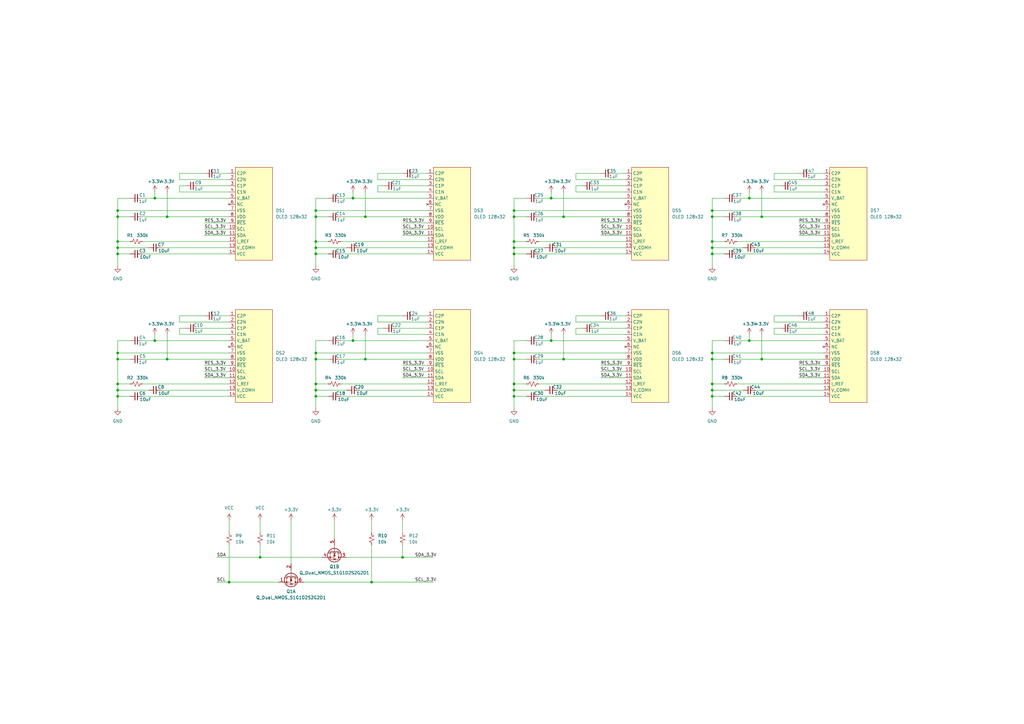
<source format=kicad_sch>
(kicad_sch (version 20230121) (generator eeschema)
  (paper "A3")
  (lib_symbols
    (symbol "Device:C_Small" (pin_numbers hide) (pin_names (offset 0.254) hide)
      (property "Reference" "C" (at 0.254 1.778 0))
      (property "Value" "C_Small" (at 0.254 -2.032 0))
      (symbol "C_Small_0_1"
        (polyline (pts (xy -1.524 -0.508) (xy 1.524 -0.508)) (stroke (width 0.3302)))
        (polyline (pts (xy -1.524 0.508) (xy 1.524 0.508)) (stroke (width 0.3048)))
      )
      (symbol "C_Small_1_1"
        (pin passive line (at 0 2.54 270) (length 2.032) (name "~") (number "1"))
        (pin passive line (at 0 -2.54 90) (length 2.032) (name "~") (number "2"))
      )
    )
    (symbol "Device:Q_Dual_NMOS_S1G1D2S2G2D1" (pin_names (offset 0) hide)
      (property "Reference" "Q" (at 6.35 1.27 0))
      (property "Value" "Q_Dual_NMOS_S1G1D2S2G2D1" (at 19.05 -1.27 0))
      (symbol "Q_Dual_NMOS_S1G1D2S2G2D1_0_1"
        (polyline (pts (xy 0.254 0) (xy -2.54 0)))
        (polyline (pts (xy 0.254 1.905) (xy 0.254 -1.905)) (stroke (width 0.254)))
        (polyline (pts (xy 0.762 -1.27) (xy 0.762 -2.286)) (stroke (width 0.254)))
        (polyline (pts (xy 0.762 0.508) (xy 0.762 -0.508)) (stroke (width 0.254)))
        (polyline (pts (xy 0.762 2.286) (xy 0.762 1.27)) (stroke (width 0.254)))
        (polyline (pts (xy 2.54 2.54) (xy 2.54 1.778)))
        (polyline (pts (xy 2.54 -2.54) (xy 2.54 0) (xy 0.762 0)))
        (polyline (pts (xy 0.762 -1.778) (xy 3.302 -1.778) (xy 3.302 1.778) (xy 0.762 1.778)))
        (polyline (pts (xy 1.016 0) (xy 2.032 0.381) (xy 2.032 -0.381) (xy 1.016 0)) (fill (type outline)))
        (polyline (pts (xy 2.794 0.508) (xy 2.921 0.381) (xy 3.683 0.381) (xy 3.81 0.254)))
        (polyline (pts (xy 3.302 0.381) (xy 2.921 -0.254) (xy 3.683 -0.254) (xy 3.302 0.381)))
        (circle (center 1.651 0) (radius 2.794) (stroke (width 0.254)))
        (circle (center 2.54 -1.778) (radius 0.254) (fill (type outline)))
        (circle (center 2.54 1.778) (radius 0.254) (fill (type outline)))
      )
      (symbol "Q_Dual_NMOS_S1G1D2S2G2D1_1_1"
        (pin passive line (at 2.54 -5.08 90) (length 2.54) (name "S") (number "1"))
        (pin input line (at -5.08 0 0) (length 2.54) (name "G") (number "2"))
        (pin passive line (at 2.54 5.08 270) (length 2.54) (name "D") (number "6"))
      )
      (symbol "Q_Dual_NMOS_S1G1D2S2G2D1_2_1"
        (pin passive line (at 2.54 5.08 270) (length 2.54) (name "D") (number "3"))
        (pin passive line (at 2.54 -5.08 90) (length 2.54) (name "S") (number "4"))
        (pin input line (at -5.08 0 0) (length 2.54) (name "G") (number "5"))
      )
    )
    (symbol "Device:R_Small_US" (pin_numbers hide) (pin_names (offset 0.254) hide)
      (property "Reference" "R" (at 0.762 0.508 0))
      (property "Value" "R_Small_US" (at 0.762 -1.016 0))
      (symbol "R_Small_US_1_1"
        (polyline (pts (xy 0 0) (xy 1.016 -0.381) (xy 0 -0.762) (xy -1.016 -1.143) (xy 0 -1.524)))
        (polyline (pts (xy 0 1.524) (xy 1.016 1.143) (xy 0 0.762) (xy -1.016 0.381) (xy 0 0)))
        (pin passive line (at 0 2.54 270) (length 1.016) (name "~") (number "1"))
        (pin passive line (at 0 -2.54 90) (length 1.016) (name "~") (number "2"))
      )
    )
    (symbol "Display_Graphic_MPP:CFAL12832D-CW"
      (property "Reference" "DS" (at -6.35 19.05 0))
      (property "Value" "OLED 128x32" (at 0 -21.59 0))
      (symbol "CFAL12832D-CW_1_1"
        (rectangle (start -7.62 17.78) (end 7.62 -20.32) (fill (type background)))
        (pin bidirectional line (at -10.16 15.24 0) (length 2.54) (name "C2P") (number "1"))
        (pin input line (at -10.16 -7.62 0) (length 2.54) (name "SCL") (number "10"))
        (pin bidirectional line (at -10.16 -10.16 0) (length 2.54) (name "SDA") (number "11"))
        (pin bidirectional line (at -10.16 -12.7 0) (length 2.54) (name "I_REF") (number "12"))
        (pin bidirectional line (at -10.16 -15.24 0) (length 2.54) (name "V_COMH") (number "13"))
        (pin power_in line (at -10.16 -17.78 0) (length 2.54) (name "VCC") (number "14"))
        (pin bidirectional line (at -10.16 12.7 0) (length 2.54) (name "C2N") (number "2"))
        (pin bidirectional line (at -10.16 10.16 0) (length 2.54) (name "C1P") (number "3"))
        (pin bidirectional line (at -10.16 7.62 0) (length 2.54) (name "C1N") (number "4"))
        (pin power_in line (at -10.16 5.08 0) (length 2.54) (name "V_BAT") (number "5"))
        (pin no_connect line (at -10.16 2.54 0) (length 2.54) (name "NC") (number "6"))
        (pin power_in line (at -10.16 0 0) (length 2.54) (name "VSS") (number "7"))
        (pin power_in line (at -10.16 -2.54 0) (length 2.54) (name "VDD") (number "8"))
        (pin bidirectional line (at -10.16 -5.08 0) (length 2.54) (name "~{RES}") (number "9"))
      )
    )
    (symbol "power:+3.3V" (power) (pin_names (offset 0))
      (property "Value" "+3.3V" (at 0 3.556 0))
      (symbol "+3.3V_0_1"
        (polyline (pts (xy -0.762 1.27) (xy 0 2.54)))
        (polyline (pts (xy 0 0) (xy 0 2.54)))
        (polyline (pts (xy 0 2.54) (xy 0.762 1.27)))
      )
      (symbol "+3.3V_1_1"
        (pin power_in line (at 0 0 90) (length 0) hide (name "+3.3V") (number "1"))
      )
    )
    (symbol "power:GND" (power) (pin_names (offset 0))
      (property "Value" "GND" (at 0 -3.81 0))
      (symbol "GND_0_1"
        (polyline (pts (xy 0 0) (xy 0 -1.27) (xy 1.27 -1.27) (xy 0 -2.54) (xy -1.27 -1.27) (xy 0 -1.27)))
      )
      (symbol "GND_1_1"
        (pin power_in line (at 0 0 270) (length 0) hide (name "GND") (number "1"))
      )
    )
    (symbol "power:VCC" (power) (pin_names (offset 0))
      (property "Value" "VCC" (at 0 3.81 0))
      (symbol "VCC_0_1"
        (polyline (pts (xy -0.762 1.27) (xy 0 2.54)))
        (polyline (pts (xy 0 0) (xy 0 2.54)))
        (polyline (pts (xy 0 2.54) (xy 0.762 1.27)))
      )
      (symbol "VCC_1_1"
        (pin power_in line (at 0 0 90) (length 0) hide (name "VCC") (number "1"))
      )
    )
  )
  (junction (at 292.1 144.78))
  (junction (at 292.1 86.36))
  (junction (at 129.54 160.02))
  (junction (at 48.26 101.6))
  (junction (at 292.1 88.9))
  (junction (at 210.82 101.6))
  (junction (at 149.86 147.32))
  (junction (at 307.34 81.28))
  (junction (at 307.34 139.7))
  (junction (at 129.54 86.36))
  (junction (at 144.78 81.28))
  (junction (at 152.4 238.76))
  (junction (at 312.42 147.32))
  (junction (at 48.26 86.36))
  (junction (at 68.58 147.32))
  (junction (at 231.14 147.32))
  (junction (at 48.26 157.48))
  (junction (at 210.82 86.36))
  (junction (at 106.68 228.6))
  (junction (at 129.54 157.48))
  (junction (at 292.1 147.32))
  (junction (at 312.42 88.9))
  (junction (at 68.58 88.9))
  (junction (at 129.54 144.78))
  (junction (at 210.82 160.02))
  (junction (at 292.1 104.14))
  (junction (at 226.06 139.7))
  (junction (at 129.54 147.32))
  (junction (at 63.5 81.28))
  (junction (at 149.86 88.9))
  (junction (at 210.82 162.56))
  (junction (at 210.82 99.06))
  (junction (at 292.1 99.06))
  (junction (at 210.82 88.9))
  (junction (at 165.1 228.6))
  (junction (at 48.26 99.06))
  (junction (at 48.26 104.14))
  (junction (at 292.1 157.48))
  (junction (at 210.82 104.14))
  (junction (at 63.5 139.7))
  (junction (at 292.1 160.02))
  (junction (at 292.1 162.56))
  (junction (at 48.26 88.9))
  (junction (at 210.82 147.32))
  (junction (at 48.26 162.56))
  (junction (at 210.82 144.78))
  (junction (at 129.54 101.6))
  (junction (at 129.54 99.06))
  (junction (at 129.54 104.14))
  (junction (at 48.26 147.32))
  (junction (at 48.26 144.78))
  (junction (at 48.26 160.02))
  (junction (at 210.82 157.48))
  (junction (at 292.1 101.6))
  (junction (at 226.06 81.28))
  (junction (at 93.98 238.76))
  (junction (at 129.54 162.56))
  (junction (at 129.54 88.9))
  (junction (at 231.14 88.9))
  (junction (at 144.78 139.7))
  (wire (pts (xy 292.1 139.7) (xy 292.1 144.78)))
  (wire (pts (xy 210.82 144.78) (xy 256.54 144.78)))
  (wire (pts (xy 165.1 223.52) (xy 165.1 228.6)))
  (wire (pts (xy 134.62 139.7) (xy 129.54 139.7)))
  (wire (pts (xy 147.32 160.02) (xy 175.26 160.02)))
  (wire (pts (xy 129.54 160.02) (xy 129.54 162.56)))
  (wire (pts (xy 63.5 78.74) (xy 63.5 81.28)))
  (wire (pts (xy 251.46 71.12) (xy 256.54 71.12)))
  (wire (pts (xy 317.5 76.2) (xy 317.5 78.74)))
  (wire (pts (xy 165.1 93.98) (xy 175.26 93.98)))
  (wire (pts (xy 144.78 81.28) (xy 175.26 81.28)))
  (wire (pts (xy 302.26 88.9) (xy 312.42 88.9)))
  (wire (pts (xy 119.38 213.36) (xy 119.38 231.14)))
  (wire (pts (xy 312.42 78.74) (xy 312.42 88.9)))
  (wire (pts (xy 210.82 162.56) (xy 210.82 167.64)))
  (wire (pts (xy 210.82 147.32) (xy 215.9 147.32)))
  (wire (pts (xy 302.26 157.48) (xy 337.82 157.48)))
  (wire (pts (xy 154.94 78.74) (xy 175.26 78.74)))
  (wire (pts (xy 210.82 160.02) (xy 223.52 160.02)))
  (wire (pts (xy 73.66 73.66) (xy 73.66 71.12)))
  (wire (pts (xy 317.5 129.54) (xy 327.66 129.54)))
  (wire (pts (xy 220.98 104.14) (xy 256.54 104.14)))
  (wire (pts (xy 226.06 139.7) (xy 256.54 139.7)))
  (wire (pts (xy 292.1 144.78) (xy 292.1 147.32)))
  (wire (pts (xy 320.04 76.2) (xy 317.5 76.2)))
  (wire (pts (xy 210.82 162.56) (xy 215.9 162.56)))
  (wire (pts (xy 231.14 78.74) (xy 231.14 88.9)))
  (wire (pts (xy 66.04 160.02) (xy 93.98 160.02)))
  (wire (pts (xy 210.82 86.36) (xy 256.54 86.36)))
  (wire (pts (xy 236.22 78.74) (xy 256.54 78.74)))
  (wire (pts (xy 210.82 104.14) (xy 215.9 104.14)))
  (wire (pts (xy 129.54 81.28) (xy 129.54 86.36)))
  (wire (pts (xy 292.1 99.06) (xy 292.1 101.6)))
  (wire (pts (xy 292.1 162.56) (xy 297.18 162.56)))
  (wire (pts (xy 210.82 104.14) (xy 210.82 109.22)))
  (wire (pts (xy 246.38 154.94) (xy 256.54 154.94)))
  (wire (pts (xy 210.82 101.6) (xy 210.82 104.14)))
  (wire (pts (xy 327.66 93.98) (xy 337.82 93.98)))
  (wire (pts (xy 58.42 81.28) (xy 63.5 81.28)))
  (wire (pts (xy 48.26 101.6) (xy 48.26 104.14)))
  (wire (pts (xy 48.26 160.02) (xy 48.26 162.56)))
  (wire (pts (xy 139.7 104.14) (xy 175.26 104.14)))
  (wire (pts (xy 292.1 88.9) (xy 297.18 88.9)))
  (wire (pts (xy 210.82 81.28) (xy 210.82 86.36)))
  (wire (pts (xy 68.58 147.32) (xy 93.98 147.32)))
  (wire (pts (xy 149.86 147.32) (xy 175.26 147.32)))
  (wire (pts (xy 48.26 144.78) (xy 93.98 144.78)))
  (wire (pts (xy 129.54 162.56) (xy 134.62 162.56)))
  (wire (pts (xy 129.54 147.32) (xy 129.54 157.48)))
  (wire (pts (xy 162.56 134.62) (xy 175.26 134.62)))
  (wire (pts (xy 129.54 147.32) (xy 134.62 147.32)))
  (wire (pts (xy 210.82 147.32) (xy 210.82 157.48)))
  (wire (pts (xy 63.5 137.16) (xy 63.5 139.7)))
  (wire (pts (xy 325.12 134.62) (xy 337.82 134.62)))
  (wire (pts (xy 137.16 213.36) (xy 137.16 220.98)))
  (wire (pts (xy 210.82 88.9) (xy 215.9 88.9)))
  (wire (pts (xy 149.86 78.74) (xy 149.86 88.9)))
  (wire (pts (xy 312.42 88.9) (xy 337.82 88.9)))
  (wire (pts (xy 165.1 149.86) (xy 175.26 149.86)))
  (wire (pts (xy 48.26 160.02) (xy 60.96 160.02)))
  (wire (pts (xy 48.26 88.9) (xy 53.34 88.9)))
  (wire (pts (xy 88.9 71.12) (xy 93.98 71.12)))
  (wire (pts (xy 337.82 73.66) (xy 317.5 73.66)))
  (wire (pts (xy 317.5 71.12) (xy 327.66 71.12)))
  (wire (pts (xy 73.66 71.12) (xy 83.82 71.12)))
  (wire (pts (xy 165.1 154.94) (xy 175.26 154.94)))
  (wire (pts (xy 48.26 81.28) (xy 48.26 86.36)))
  (wire (pts (xy 129.54 139.7) (xy 129.54 144.78)))
  (wire (pts (xy 292.1 99.06) (xy 297.18 99.06)))
  (wire (pts (xy 317.5 137.16) (xy 337.82 137.16)))
  (wire (pts (xy 152.4 238.76) (xy 177.8 238.76)))
  (wire (pts (xy 256.54 73.66) (xy 236.22 73.66)))
  (wire (pts (xy 76.2 76.2) (xy 73.66 76.2)))
  (wire (pts (xy 124.46 238.76) (xy 152.4 238.76)))
  (wire (pts (xy 175.26 132.08) (xy 154.94 132.08)))
  (wire (pts (xy 220.98 139.7) (xy 226.06 139.7)))
  (wire (pts (xy 302.26 147.32) (xy 312.42 147.32)))
  (wire (pts (xy 165.1 213.36) (xy 165.1 218.44)))
  (wire (pts (xy 228.6 160.02) (xy 256.54 160.02)))
  (wire (pts (xy 238.76 76.2) (xy 236.22 76.2)))
  (wire (pts (xy 210.82 144.78) (xy 210.82 147.32)))
  (wire (pts (xy 93.98 132.08) (xy 73.66 132.08)))
  (wire (pts (xy 81.28 134.62) (xy 93.98 134.62)))
  (wire (pts (xy 149.86 137.16) (xy 149.86 147.32)))
  (wire (pts (xy 63.5 139.7) (xy 93.98 139.7)))
  (wire (pts (xy 327.66 149.86) (xy 337.82 149.86)))
  (wire (pts (xy 170.18 71.12) (xy 175.26 71.12)))
  (wire (pts (xy 83.82 149.86) (xy 93.98 149.86)))
  (wire (pts (xy 327.66 96.52) (xy 337.82 96.52)))
  (wire (pts (xy 58.42 162.56) (xy 93.98 162.56)))
  (wire (pts (xy 88.9 129.54) (xy 93.98 129.54)))
  (wire (pts (xy 63.5 81.28) (xy 93.98 81.28)))
  (wire (pts (xy 129.54 104.14) (xy 134.62 104.14)))
  (wire (pts (xy 175.26 73.66) (xy 154.94 73.66)))
  (wire (pts (xy 312.42 147.32) (xy 337.82 147.32)))
  (wire (pts (xy 292.1 104.14) (xy 297.18 104.14)))
  (wire (pts (xy 320.04 134.62) (xy 317.5 134.62)))
  (wire (pts (xy 337.82 132.08) (xy 317.5 132.08)))
  (wire (pts (xy 129.54 144.78) (xy 129.54 147.32)))
  (wire (pts (xy 68.58 137.16) (xy 68.58 147.32)))
  (wire (pts (xy 226.06 78.74) (xy 226.06 81.28)))
  (wire (pts (xy 312.42 137.16) (xy 312.42 147.32)))
  (wire (pts (xy 81.28 76.2) (xy 93.98 76.2)))
  (wire (pts (xy 48.26 162.56) (xy 48.26 167.64)))
  (wire (pts (xy 73.66 76.2) (xy 73.66 78.74)))
  (wire (pts (xy 246.38 149.86) (xy 256.54 149.86)))
  (wire (pts (xy 134.62 81.28) (xy 129.54 81.28)))
  (wire (pts (xy 292.1 160.02) (xy 304.8 160.02)))
  (wire (pts (xy 302.26 81.28) (xy 307.34 81.28)))
  (wire (pts (xy 292.1 86.36) (xy 292.1 88.9)))
  (wire (pts (xy 325.12 76.2) (xy 337.82 76.2)))
  (wire (pts (xy 220.98 147.32) (xy 231.14 147.32)))
  (wire (pts (xy 48.26 147.32) (xy 48.26 157.48)))
  (wire (pts (xy 129.54 88.9) (xy 129.54 99.06)))
  (wire (pts (xy 139.7 81.28) (xy 144.78 81.28)))
  (wire (pts (xy 142.24 228.6) (xy 165.1 228.6)))
  (wire (pts (xy 58.42 99.06) (xy 93.98 99.06)))
  (wire (pts (xy 297.18 81.28) (xy 292.1 81.28)))
  (wire (pts (xy 129.54 86.36) (xy 129.54 88.9)))
  (wire (pts (xy 317.5 134.62) (xy 317.5 137.16)))
  (wire (pts (xy 292.1 81.28) (xy 292.1 86.36)))
  (wire (pts (xy 246.38 93.98) (xy 256.54 93.98)))
  (wire (pts (xy 292.1 101.6) (xy 304.8 101.6)))
  (wire (pts (xy 292.1 147.32) (xy 292.1 157.48)))
  (wire (pts (xy 152.4 213.36) (xy 152.4 218.44)))
  (wire (pts (xy 129.54 160.02) (xy 142.24 160.02)))
  (wire (pts (xy 139.7 147.32) (xy 149.86 147.32)))
  (wire (pts (xy 246.38 91.44) (xy 256.54 91.44)))
  (wire (pts (xy 210.82 160.02) (xy 210.82 162.56)))
  (wire (pts (xy 144.78 139.7) (xy 175.26 139.7)))
  (wire (pts (xy 220.98 81.28) (xy 226.06 81.28)))
  (wire (pts (xy 309.88 101.6) (xy 337.82 101.6)))
  (wire (pts (xy 149.86 88.9) (xy 175.26 88.9)))
  (wire (pts (xy 106.68 223.52) (xy 106.68 228.6)))
  (wire (pts (xy 154.94 129.54) (xy 165.1 129.54)))
  (wire (pts (xy 48.26 99.06) (xy 48.26 101.6)))
  (wire (pts (xy 165.1 91.44) (xy 175.26 91.44)))
  (wire (pts (xy 210.82 157.48) (xy 210.82 160.02)))
  (wire (pts (xy 129.54 86.36) (xy 175.26 86.36)))
  (wire (pts (xy 292.1 157.48) (xy 292.1 160.02)))
  (wire (pts (xy 292.1 88.9) (xy 292.1 99.06)))
  (wire (pts (xy 215.9 81.28) (xy 210.82 81.28)))
  (wire (pts (xy 292.1 101.6) (xy 292.1 104.14)))
  (wire (pts (xy 154.94 73.66) (xy 154.94 71.12)))
  (wire (pts (xy 327.66 154.94) (xy 337.82 154.94)))
  (wire (pts (xy 68.58 88.9) (xy 93.98 88.9)))
  (wire (pts (xy 48.26 104.14) (xy 53.34 104.14)))
  (wire (pts (xy 48.26 88.9) (xy 48.26 99.06)))
  (wire (pts (xy 76.2 134.62) (xy 73.66 134.62)))
  (wire (pts (xy 317.5 132.08) (xy 317.5 129.54)))
  (wire (pts (xy 302.26 104.14) (xy 337.82 104.14)))
  (wire (pts (xy 139.7 88.9) (xy 149.86 88.9)))
  (wire (pts (xy 302.26 139.7) (xy 307.34 139.7)))
  (wire (pts (xy 236.22 129.54) (xy 246.38 129.54)))
  (wire (pts (xy 317.5 78.74) (xy 337.82 78.74)))
  (wire (pts (xy 48.26 162.56) (xy 53.34 162.56)))
  (wire (pts (xy 154.94 71.12) (xy 165.1 71.12)))
  (wire (pts (xy 139.7 157.48) (xy 175.26 157.48)))
  (wire (pts (xy 48.26 86.36) (xy 48.26 88.9)))
  (wire (pts (xy 129.54 162.56) (xy 129.54 167.64)))
  (wire (pts (xy 58.42 104.14) (xy 93.98 104.14)))
  (wire (pts (xy 93.98 238.76) (xy 114.3 238.76)))
  (wire (pts (xy 210.82 88.9) (xy 210.82 99.06)))
  (wire (pts (xy 144.78 137.16) (xy 144.78 139.7)))
  (wire (pts (xy 292.1 144.78) (xy 337.82 144.78)))
  (wire (pts (xy 309.88 160.02) (xy 337.82 160.02)))
  (wire (pts (xy 48.26 104.14) (xy 48.26 109.22)))
  (wire (pts (xy 129.54 101.6) (xy 129.54 104.14)))
  (wire (pts (xy 48.26 157.48) (xy 53.34 157.48)))
  (wire (pts (xy 297.18 139.7) (xy 292.1 139.7)))
  (wire (pts (xy 332.74 71.12) (xy 337.82 71.12)))
  (wire (pts (xy 210.82 99.06) (xy 210.82 101.6)))
  (wire (pts (xy 292.1 162.56) (xy 292.1 167.64)))
  (wire (pts (xy 220.98 157.48) (xy 256.54 157.48)))
  (wire (pts (xy 157.48 76.2) (xy 154.94 76.2)))
  (wire (pts (xy 231.14 88.9) (xy 256.54 88.9)))
  (wire (pts (xy 292.1 160.02) (xy 292.1 162.56)))
  (wire (pts (xy 139.7 99.06) (xy 175.26 99.06)))
  (wire (pts (xy 48.26 101.6) (xy 60.96 101.6)))
  (wire (pts (xy 256.54 132.08) (xy 236.22 132.08)))
  (wire (pts (xy 83.82 93.98) (xy 93.98 93.98)))
  (wire (pts (xy 154.94 132.08) (xy 154.94 129.54)))
  (wire (pts (xy 220.98 88.9) (xy 231.14 88.9)))
  (wire (pts (xy 154.94 137.16) (xy 175.26 137.16)))
  (wire (pts (xy 236.22 76.2) (xy 236.22 78.74)))
  (wire (pts (xy 73.66 132.08) (xy 73.66 129.54)))
  (wire (pts (xy 220.98 162.56) (xy 256.54 162.56)))
  (wire (pts (xy 210.82 139.7) (xy 210.82 144.78)))
  (wire (pts (xy 129.54 88.9) (xy 134.62 88.9)))
  (wire (pts (xy 129.54 101.6) (xy 142.24 101.6)))
  (wire (pts (xy 165.1 228.6) (xy 177.8 228.6)))
  (wire (pts (xy 152.4 223.52) (xy 152.4 238.76)))
  (wire (pts (xy 129.54 157.48) (xy 134.62 157.48)))
  (wire (pts (xy 93.98 223.52) (xy 93.98 238.76)))
  (wire (pts (xy 48.26 147.32) (xy 53.34 147.32)))
  (wire (pts (xy 73.66 137.16) (xy 93.98 137.16)))
  (wire (pts (xy 88.9 228.6) (xy 106.68 228.6)))
  (wire (pts (xy 139.7 162.56) (xy 175.26 162.56)))
  (wire (pts (xy 220.98 99.06) (xy 256.54 99.06)))
  (wire (pts (xy 210.82 86.36) (xy 210.82 88.9)))
  (wire (pts (xy 228.6 101.6) (xy 256.54 101.6)))
  (wire (pts (xy 226.06 137.16) (xy 226.06 139.7)))
  (wire (pts (xy 147.32 101.6) (xy 175.26 101.6)))
  (wire (pts (xy 292.1 86.36) (xy 337.82 86.36)))
  (wire (pts (xy 48.26 157.48) (xy 48.26 160.02)))
  (wire (pts (xy 165.1 96.52) (xy 175.26 96.52)))
  (wire (pts (xy 139.7 139.7) (xy 144.78 139.7)))
  (wire (pts (xy 48.26 99.06) (xy 53.34 99.06)))
  (wire (pts (xy 327.66 152.4) (xy 337.82 152.4)))
  (wire (pts (xy 93.98 213.36) (xy 93.98 218.44)))
  (wire (pts (xy 302.26 162.56) (xy 337.82 162.56)))
  (wire (pts (xy 93.98 73.66) (xy 73.66 73.66)))
  (wire (pts (xy 170.18 129.54) (xy 175.26 129.54)))
  (wire (pts (xy 307.34 139.7) (xy 337.82 139.7)))
  (wire (pts (xy 83.82 91.44) (xy 93.98 91.44)))
  (wire (pts (xy 332.74 129.54) (xy 337.82 129.54)))
  (wire (pts (xy 48.26 86.36) (xy 93.98 86.36)))
  (wire (pts (xy 88.9 238.76) (xy 93.98 238.76)))
  (wire (pts (xy 48.26 139.7) (xy 48.26 144.78)))
  (wire (pts (xy 307.34 137.16) (xy 307.34 139.7)))
  (wire (pts (xy 243.84 76.2) (xy 256.54 76.2)))
  (wire (pts (xy 66.04 101.6) (xy 93.98 101.6)))
  (wire (pts (xy 236.22 137.16) (xy 256.54 137.16)))
  (wire (pts (xy 144.78 78.74) (xy 144.78 81.28)))
  (wire (pts (xy 231.14 137.16) (xy 231.14 147.32)))
  (wire (pts (xy 129.54 104.14) (xy 129.54 109.22)))
  (wire (pts (xy 129.54 99.06) (xy 129.54 101.6)))
  (wire (pts (xy 236.22 73.66) (xy 236.22 71.12)))
  (wire (pts (xy 106.68 213.36) (xy 106.68 218.44)))
  (wire (pts (xy 58.42 88.9) (xy 68.58 88.9)))
  (wire (pts (xy 215.9 139.7) (xy 210.82 139.7)))
  (wire (pts (xy 210.82 157.48) (xy 215.9 157.48)))
  (wire (pts (xy 73.66 78.74) (xy 93.98 78.74)))
  (wire (pts (xy 246.38 152.4) (xy 256.54 152.4)))
  (wire (pts (xy 226.06 81.28) (xy 256.54 81.28)))
  (wire (pts (xy 236.22 134.62) (xy 236.22 137.16)))
  (wire (pts (xy 83.82 96.52) (xy 93.98 96.52)))
  (wire (pts (xy 317.5 73.66) (xy 317.5 71.12)))
  (wire (pts (xy 129.54 157.48) (xy 129.54 160.02)))
  (wire (pts (xy 236.22 132.08) (xy 236.22 129.54)))
  (wire (pts (xy 307.34 78.74) (xy 307.34 81.28)))
  (wire (pts (xy 231.14 147.32) (xy 256.54 147.32)))
  (wire (pts (xy 307.34 81.28) (xy 337.82 81.28)))
  (wire (pts (xy 83.82 152.4) (xy 93.98 152.4)))
  (wire (pts (xy 302.26 99.06) (xy 337.82 99.06)))
  (wire (pts (xy 154.94 134.62) (xy 154.94 137.16)))
  (wire (pts (xy 154.94 76.2) (xy 154.94 78.74)))
  (wire (pts (xy 129.54 99.06) (xy 134.62 99.06)))
  (wire (pts (xy 246.38 96.52) (xy 256.54 96.52)))
  (wire (pts (xy 48.26 144.78) (xy 48.26 147.32)))
  (wire (pts (xy 58.42 147.32) (xy 68.58 147.32)))
  (wire (pts (xy 292.1 157.48) (xy 297.18 157.48)))
  (wire (pts (xy 238.76 134.62) (xy 236.22 134.62)))
  (wire (pts (xy 58.42 139.7) (xy 63.5 139.7)))
  (wire (pts (xy 236.22 71.12) (xy 246.38 71.12)))
  (wire (pts (xy 210.82 101.6) (xy 223.52 101.6)))
  (wire (pts (xy 58.42 157.48) (xy 93.98 157.48)))
  (wire (pts (xy 73.66 129.54) (xy 83.82 129.54)))
  (wire (pts (xy 53.34 139.7) (xy 48.26 139.7)))
  (wire (pts (xy 106.68 228.6) (xy 132.08 228.6)))
  (wire (pts (xy 129.54 144.78) (xy 175.26 144.78)))
  (wire (pts (xy 327.66 91.44) (xy 337.82 91.44)))
  (wire (pts (xy 53.34 81.28) (xy 48.26 81.28)))
  (wire (pts (xy 251.46 129.54) (xy 256.54 129.54)))
  (wire (pts (xy 83.82 154.94) (xy 93.98 154.94)))
  (wire (pts (xy 292.1 104.14) (xy 292.1 109.22)))
  (wire (pts (xy 68.58 78.74) (xy 68.58 88.9)))
  (wire (pts (xy 243.84 134.62) (xy 256.54 134.62)))
  (wire (pts (xy 165.1 152.4) (xy 175.26 152.4)))
  (wire (pts (xy 162.56 76.2) (xy 175.26 76.2)))
  (wire (pts (xy 210.82 99.06) (xy 215.9 99.06)))
  (wire (pts (xy 157.48 134.62) (xy 154.94 134.62)))
  (wire (pts (xy 292.1 147.32) (xy 297.18 147.32)))
  (wire (pts (xy 73.66 134.62) (xy 73.66 137.16)))
  (label "SCL_3.3V" (at 170.18 238.76 0))
  (label "SCL_3.3V" (at 327.66 93.98 0))
  (label "SCL_3.3V" (at 165.1 93.98 0))
  (label "SCL" (at 88.9 238.76 0))
  (label "SCL_3.3V" (at 83.82 152.4 0))
  (label "RES_3.3V" (at 165.1 149.86 0))
  (label "SCL_3.3V" (at 246.38 152.4 0))
  (label "SDA_3.3V" (at 246.38 96.52 0))
  (label "SDA_3.3V" (at 83.82 154.94 0))
  (label "SDA_3.3V" (at 165.1 154.94 0))
  (label "SCL_3.3V" (at 327.66 152.4 0))
  (label "SDA_3.3V" (at 327.66 96.52 0))
  (label "SDA_3.3V" (at 83.82 96.52 0))
  (label "SDA_3.3V" (at 170.18 228.6 0))
  (label "SDA_3.3V" (at 327.66 154.94 0))
  (label "RES_3.3V" (at 165.1 91.44 0))
  (label "RES_3.3V" (at 83.82 91.44 0))
  (label "RES_3.3V" (at 83.82 149.86 0))
  (label "RES_3.3V" (at 246.38 149.86 0))
  (label "RES_3.3V" (at 246.38 91.44 0))
  (label "SCL_3.3V" (at 165.1 152.4 0))
  (label "SCL_3.3V" (at 83.82 93.98 0))
  (label "SDA" (at 88.9 228.6 0))
  (label "SDA_3.3V" (at 165.1 96.52 0))
  (label "RES_3.3V" (at 327.66 149.86 0))
  (label "SDA_3.3V" (at 246.38 154.94 0))
  (label "SCL_3.3V" (at 246.38 93.98 0))
  (label "RES_3.3V" (at 327.66 91.44 0))
  (symbol (lib_id "Device:R_Small_US") (at 299.72 99.06 90) (unit 1)
    (property "Reference" "R7" (at 297.18 96.52 90))
    (property "Value" "330k" (at 302.26 96.52 90))
  )
  (symbol (lib_id "Device:C_Small") (at 160.02 76.2 90) (unit 1)
    (property "Reference" "C21" (at 162.56 74.93 90))
    (property "Value" "1uF" (at 162.814 77.47 90))
  )
  (symbol (lib_id "Device:C_Small") (at 299.72 104.14 90) (unit 1)
    (property "Reference" "C39" (at 302.26 102.87 90))
    (property "Value" "10uF" (at 303.53 105.41 90))
  )
  (symbol (lib_id "Display_Graphic_MPP:CFAL12832D-CW") (at 185.42 144.78 0) (unit 1)
    (property "Reference" "DS4" (at 194.31 144.78 0) (effects (justify left)))
    (property "Value" "OLED 128x32" (at 194.31 147.32 0) (effects (justify left)))
    (property "Footprint" "Display_MPP:CFAL12832D-CW_WRAPUNDER" (effects hide))
  )
  (symbol (lib_id "power:GND") (at 48.26 167.64 0) (unit 1)
    (property "Reference" "#PWR02" (effects hide))
    (property "Value" "GND" (at 48.26 172.72 0))
  )
  (symbol (lib_id "Device:C_Small") (at 137.16 139.7 90) (unit 1)
    (property "Reference" "C16" (at 139.7 138.43 90))
    (property "Value" "1uF" (at 139.954 140.97 90))
  )
  (symbol (lib_id "Device:C_Small") (at 248.92 71.12 90) (unit 1)
    (property "Reference" "C35" (at 252.73 70.104 90) (effects (justify left)))
    (property "Value" "1uF" (at 253.492 72.39 90) (effects (justify left)))
  )
  (symbol (lib_id "Device:R_Small_US") (at 106.68 220.98 0) (unit 1)
    (property "Reference" "R11" (at 109.22 219.71 0) (effects (justify left)))
    (property "Value" "10k" (at 109.22 222.25 0) (effects (justify left)))
  )
  (symbol (lib_id "Device:R_Small_US") (at 299.72 157.48 90) (unit 1)
    (property "Reference" "R8" (at 297.18 154.94 90))
    (property "Value" "330k" (at 302.26 154.94 90))
  )
  (symbol (lib_id "Device:C_Small") (at 322.58 76.2 90) (unit 1)
    (property "Reference" "C45" (at 325.12 74.93 90))
    (property "Value" "1uF" (at 325.374 77.47 90))
  )
  (symbol (lib_id "Device:C_Small") (at 322.58 134.62 90) (unit 1)
    (property "Reference" "C46" (at 325.12 133.35 90))
    (property "Value" "1uF" (at 325.374 135.89 90))
  )
  (symbol (lib_id "power:+3.3V") (at 144.78 78.74 0) (unit 1)
    (property "Reference" "#PWR09" (effects hide))
    (property "Value" "+3.3V" (at 144.78 74.422 0))
  )
  (symbol (lib_id "Device:R_Small_US") (at 55.88 99.06 90) (unit 1)
    (property "Reference" "R1" (at 53.34 96.52 90))
    (property "Value" "330k" (at 58.42 96.52 90))
  )
  (symbol (lib_id "Device:C_Small") (at 299.72 139.7 90) (unit 1)
    (property "Reference" "C40" (at 302.26 138.43 90))
    (property "Value" "1uF" (at 302.514 140.97 90))
  )
  (symbol (lib_id "Device:C_Small") (at 218.44 147.32 90) (unit 1)
    (property "Reference" "C29" (at 220.98 146.05 90))
    (property "Value" "1uF" (at 221.234 148.59 90))
  )
  (symbol (lib_id "Device:C_Small") (at 86.36 129.54 90) (unit 1)
    (property "Reference" "C12" (at 90.17 128.524 90) (effects (justify left)))
    (property "Value" "1uF" (at 90.932 130.81 90) (effects (justify left)))
  )
  (symbol (lib_id "Device:R_Small_US") (at 55.88 157.48 90) (unit 1)
    (property "Reference" "R2" (at 53.34 154.94 90))
    (property "Value" "330k" (at 58.42 154.94 90))
  )
  (symbol (lib_id "Device:C_Small") (at 226.06 160.02 90) (unit 1)
    (property "Reference" "C32" (at 228.6 158.75 90))
    (property "Value" "10uF" (at 229.87 161.29 90))
  )
  (symbol (lib_id "Device:C_Small") (at 330.2 71.12 90) (unit 1)
    (property "Reference" "C47" (at 334.01 70.104 90) (effects (justify left)))
    (property "Value" "1uF" (at 334.772 72.39 90) (effects (justify left)))
  )
  (symbol (lib_id "power:GND") (at 210.82 167.64 0) (unit 1)
    (property "Reference" "#PWR014" (effects hide))
    (property "Value" "GND" (at 210.82 172.72 0))
  )
  (symbol (lib_id "Device:C_Small") (at 330.2 129.54 90) (unit 1)
    (property "Reference" "C48" (at 334.01 128.524 90) (effects (justify left)))
    (property "Value" "1uF" (at 334.772 130.81 90) (effects (justify left)))
  )
  (symbol (lib_id "Display_Graphic_MPP:CFAL12832D-CW") (at 347.98 86.36 0) (unit 1)
    (property "Reference" "DS7" (at 356.87 86.36 0) (effects (justify left)))
    (property "Value" "OLED 128x32" (at 356.87 88.9 0) (effects (justify left)))
    (property "Footprint" "Display_MPP:CFAL12832D-CW_WRAPUNDER" (effects hide))
  )
  (symbol (lib_id "Device:C_Small") (at 137.16 81.28 90) (unit 1)
    (property "Reference" "C13" (at 139.7 80.01 90))
    (property "Value" "1uF" (at 139.954 82.55 90))
  )
  (symbol (lib_id "power:+3.3V") (at 231.14 78.74 0) (unit 1)
    (property "Reference" "#PWR017" (effects hide))
    (property "Value" "+3.3V" (at 231.14 74.422 0))
  )
  (symbol (lib_id "Device:C_Small") (at 55.88 139.7 90) (unit 1)
    (property "Reference" "C4" (at 58.42 138.43 90))
    (property "Value" "1uF" (at 58.674 140.97 90))
  )
  (symbol (lib_id "Device:C_Small") (at 218.44 139.7 90) (unit 1)
    (property "Reference" "C28" (at 220.98 138.43 90))
    (property "Value" "1uF" (at 221.234 140.97 90))
  )
  (symbol (lib_id "Display_Graphic_MPP:CFAL12832D-CW") (at 266.7 86.36 0) (unit 1)
    (property "Reference" "DS5" (at 275.59 86.36 0) (effects (justify left)))
    (property "Value" "OLED 128x32" (at 275.59 88.9 0) (effects (justify left)))
    (property "Footprint" "Display_MPP:CFAL12832D-CW_WRAPUNDER" (effects hide))
  )
  (symbol (lib_id "Device:C_Small") (at 63.5 101.6 90) (unit 1)
    (property "Reference" "C7" (at 66.04 100.33 90))
    (property "Value" "10uF" (at 67.31 102.87 90))
  )
  (symbol (lib_id "Device:C_Small") (at 78.74 134.62 90) (unit 1)
    (property "Reference" "C10" (at 81.28 133.35 90))
    (property "Value" "1uF" (at 81.534 135.89 90))
  )
  (symbol (lib_id "Device:C_Small") (at 55.88 88.9 90) (unit 1)
    (property "Reference" "C2" (at 58.42 87.63 90))
    (property "Value" "1uF" (at 58.674 90.17 90))
  )
  (symbol (lib_id "Device:C_Small") (at 160.02 134.62 90) (unit 1)
    (property "Reference" "C22" (at 162.56 133.35 90))
    (property "Value" "1uF" (at 162.814 135.89 90))
  )
  (symbol (lib_id "Display_Graphic_MPP:CFAL12832D-CW") (at 104.14 144.78 0) (unit 1)
    (property "Reference" "DS2" (at 113.03 144.78 0) (effects (justify left)))
    (property "Value" "OLED 128x32" (at 113.03 147.32 0) (effects (justify left)))
    (property "Footprint" "Display_MPP:CFAL12832D-CW_WRAPUNDER" (effects hide))
  )
  (symbol (lib_id "Device:C_Small") (at 218.44 81.28 90) (unit 1)
    (property "Reference" "C25" (at 220.98 80.01 90))
    (property "Value" "1uF" (at 221.234 82.55 90))
  )
  (symbol (lib_id "Device:C_Small") (at 78.74 76.2 90) (unit 1)
    (property "Reference" "C9" (at 81.28 74.93 90))
    (property "Value" "1uF" (at 81.534 77.47 90))
  )
  (symbol (lib_id "Device:C_Small") (at 218.44 162.56 90) (unit 1)
    (property "Reference" "C30" (at 220.98 161.29 90))
    (property "Value" "10uF" (at 222.25 163.83 90))
  )
  (symbol (lib_id "Device:Q_Dual_NMOS_S1G1D2S2G2D1") (at 119.38 236.22 270) (unit 1)
    (property "Reference" "Q1" (at 119.38 242.57 90))
    (property "Value" "Q_Dual_NMOS_S1G1D2S2G2D1" (at 119.38 245.11 90))
    (property "Footprint" "Package_TO_SOT_SMD:SOT-363_SC-70-6_Handsoldering" (effects hide))
  )
  (symbol (lib_id "Device:C_Small") (at 299.72 88.9 90) (unit 1)
    (property "Reference" "C38" (at 302.26 87.63 90))
    (property "Value" "1uF" (at 302.514 90.17 90))
  )
  (symbol (lib_id "Device:C_Small") (at 299.72 81.28 90) (unit 1)
    (property "Reference" "C37" (at 302.26 80.01 90))
    (property "Value" "1uF" (at 302.514 82.55 90))
  )
  (symbol (lib_id "Device:C_Small") (at 63.5 160.02 90) (unit 1)
    (property "Reference" "C8" (at 66.04 158.75 90))
    (property "Value" "10uF" (at 67.31 161.29 90))
  )
  (symbol (lib_id "power:GND") (at 48.26 109.22 0) (unit 1)
    (property "Reference" "#PWR01" (effects hide))
    (property "Value" "GND" (at 48.26 114.3 0))
  )
  (symbol (lib_id "Display_Graphic_MPP:CFAL12832D-CW") (at 104.14 86.36 0) (unit 1)
    (property "Reference" "DS1" (at 113.03 86.36 0) (effects (justify left)))
    (property "Value" "OLED 128x32" (at 113.03 88.9 0) (effects (justify left)))
    (property "Footprint" "Display_MPP:CFAL12832D-CW_WRAPUNDER" (effects hide))
  )
  (symbol (lib_id "Device:C_Small") (at 137.16 162.56 90) (unit 1)
    (property "Reference" "C18" (at 139.7 161.29 90))
    (property "Value" "10uF" (at 140.97 163.83 90))
  )
  (symbol (lib_id "Device:C_Small") (at 218.44 104.14 90) (unit 1)
    (property "Reference" "C27" (at 220.98 102.87 90))
    (property "Value" "10uF" (at 222.25 105.41 90))
  )
  (symbol (lib_id "Device:R_Small_US") (at 165.1 220.98 0) (unit 1)
    (property "Reference" "R12" (at 167.64 219.71 0) (effects (justify left)))
    (property "Value" "10k" (at 167.64 222.25 0) (effects (justify left)))
  )
  (symbol (lib_id "Device:R_Small_US") (at 137.16 157.48 90) (unit 1)
    (property "Reference" "R4" (at 134.62 154.94 90))
    (property "Value" "330k" (at 139.7 154.94 90))
  )
  (symbol (lib_id "power:+3.3V") (at 312.42 137.16 0) (unit 1)
    (property "Reference" "#PWR024" (effects hide))
    (property "Value" "+3.3V" (at 312.42 132.842 0))
  )
  (symbol (lib_id "Device:C_Small") (at 226.06 101.6 90) (unit 1)
    (property "Reference" "C31" (at 228.6 100.33 90))
    (property "Value" "10uF" (at 229.87 102.87 90))
  )
  (symbol (lib_id "power:+3.3V") (at 231.14 137.16 0) (unit 1)
    (property "Reference" "#PWR018" (effects hide))
    (property "Value" "+3.3V" (at 231.14 132.842 0))
  )
  (symbol (lib_id "Device:C_Small") (at 241.3 134.62 90) (unit 1)
    (property "Reference" "C34" (at 243.84 133.35 90))
    (property "Value" "1uF" (at 244.094 135.89 90))
  )
  (symbol (lib_id "power:+3.3V") (at 149.86 78.74 0) (unit 1)
    (property "Reference" "#PWR011" (effects hide))
    (property "Value" "+3.3V" (at 149.86 74.422 0))
  )
  (symbol (lib_id "power:GND") (at 292.1 167.64 0) (unit 1)
    (property "Reference" "#PWR020" (effects hide))
    (property "Value" "GND" (at 292.1 172.72 0))
  )
  (symbol (lib_id "power:+3.3V") (at 119.38 213.36 0) (unit 1)
    (property "Reference" "#PWR030" (effects hide))
    (property "Value" "+3.3V" (at 119.38 209.042 0))
  )
  (symbol (lib_id "Device:R_Small_US") (at 152.4 220.98 0) (unit 1)
    (property "Reference" "R10" (at 154.94 219.71 0) (effects (justify left)))
    (property "Value" "10k" (at 154.94 222.25 0) (effects (justify left)))
  )
  (symbol (lib_id "power:+3.3V") (at 144.78 137.16 0) (unit 1)
    (property "Reference" "#PWR010" (effects hide))
    (property "Value" "+3.3V" (at 144.78 132.842 0))
  )
  (symbol (lib_id "power:+3.3V") (at 137.16 213.36 0) (unit 1)
    (property "Reference" "#PWR027" (effects hide))
    (property "Value" "+3.3V" (at 137.16 209.042 0))
  )
  (symbol (lib_id "Device:C_Small") (at 55.88 162.56 90) (unit 1)
    (property "Reference" "C6" (at 58.42 161.29 90))
    (property "Value" "10uF" (at 59.69 163.83 90))
  )
  (symbol (lib_id "Device:C_Small") (at 218.44 88.9 90) (unit 1)
    (property "Reference" "C26" (at 220.98 87.63 90))
    (property "Value" "1uF" (at 221.234 90.17 90))
  )
  (symbol (lib_id "Device:C_Small") (at 167.64 129.54 90) (unit 1)
    (property "Reference" "C24" (at 171.45 128.524 90) (effects (justify left)))
    (property "Value" "1uF" (at 172.212 130.81 90) (effects (justify left)))
  )
  (symbol (lib_id "Device:C_Small") (at 167.64 71.12 90) (unit 1)
    (property "Reference" "C23" (at 171.45 70.104 90) (effects (justify left)))
    (property "Value" "1uF" (at 172.212 72.39 90) (effects (justify left)))
  )
  (symbol (lib_id "Display_Graphic_MPP:CFAL12832D-CW") (at 347.98 144.78 0) (unit 1)
    (property "Reference" "DS8" (at 356.87 144.78 0) (effects (justify left)))
    (property "Value" "OLED 128x32" (at 356.87 147.32 0) (effects (justify left)))
    (property "Footprint" "Display_MPP:CFAL12832D-CW_WRAPUNDER" (effects hide))
  )
  (symbol (lib_id "Display_Graphic_MPP:CFAL12832D-CW") (at 185.42 86.36 0) (unit 1)
    (property "Reference" "DS3" (at 194.31 86.36 0) (effects (justify left)))
    (property "Value" "OLED 128x32" (at 194.31 88.9 0) (effects (justify left)))
    (property "Footprint" "Display_MPP:CFAL12832D-CW_WRAPUNDER" (effects hide))
  )
  (symbol (lib_id "Device:C_Small") (at 55.88 104.14 90) (unit 1)
    (property "Reference" "C3" (at 58.42 102.87 90))
    (property "Value" "10uF" (at 59.69 105.41 90))
  )
  (symbol (lib_id "Device:C_Small") (at 55.88 147.32 90) (unit 1)
    (property "Reference" "C5" (at 58.42 146.05 90))
    (property "Value" "1uF" (at 58.674 148.59 90))
  )
  (symbol (lib_id "Device:C_Small") (at 144.78 101.6 90) (unit 1)
    (property "Reference" "C19" (at 147.32 100.33 90))
    (property "Value" "10uF" (at 148.59 102.87 90))
  )
  (symbol (lib_id "power:+3.3V") (at 68.58 78.74 0) (unit 1)
    (property "Reference" "#PWR05" (effects hide))
    (property "Value" "+3.3V" (at 68.58 74.422 0))
  )
  (symbol (lib_id "power:+3.3V") (at 226.06 137.16 0) (unit 1)
    (property "Reference" "#PWR016" (effects hide))
    (property "Value" "+3.3V" (at 226.06 132.842 0))
  )
  (symbol (lib_id "power:GND") (at 129.54 109.22 0) (unit 1)
    (property "Reference" "#PWR07" (effects hide))
    (property "Value" "GND" (at 129.54 114.3 0))
  )
  (symbol (lib_id "power:GND") (at 292.1 109.22 0) (unit 1)
    (property "Reference" "#PWR019" (effects hide))
    (property "Value" "GND" (at 292.1 114.3 0))
  )
  (symbol (lib_id "Display_Graphic_MPP:CFAL12832D-CW") (at 266.7 144.78 0) (unit 1)
    (property "Reference" "DS6" (at 275.59 144.78 0) (effects (justify left)))
    (property "Value" "OLED 128x32" (at 275.59 147.32 0) (effects (justify left)))
    (property "Footprint" "Display_MPP:CFAL12832D-CW_WRAPUNDER" (effects hide))
  )
  (symbol (lib_id "Device:R_Small_US") (at 93.98 220.98 0) (unit 1)
    (property "Reference" "R9" (at 96.52 219.71 0) (effects (justify left)))
    (property "Value" "10k" (at 96.52 222.25 0) (effects (justify left)))
  )
  (symbol (lib_id "Device:C_Small") (at 248.92 129.54 90) (unit 1)
    (property "Reference" "C36" (at 252.73 128.524 90) (effects (justify left)))
    (property "Value" "1uF" (at 253.492 130.81 90) (effects (justify left)))
  )
  (symbol (lib_id "power:+3.3V") (at 149.86 137.16 0) (unit 1)
    (property "Reference" "#PWR012" (effects hide))
    (property "Value" "+3.3V" (at 149.86 132.842 0))
  )
  (symbol (lib_id "Device:C_Small") (at 137.16 104.14 90) (unit 1)
    (property "Reference" "C15" (at 139.7 102.87 90))
    (property "Value" "10uF" (at 140.97 105.41 90))
  )
  (symbol (lib_id "Device:C_Small") (at 144.78 160.02 90) (unit 1)
    (property "Reference" "C20" (at 147.32 158.75 90))
    (property "Value" "10uF" (at 148.59 161.29 90))
  )
  (symbol (lib_id "power:+3.3V") (at 312.42 78.74 0) (unit 1)
    (property "Reference" "#PWR023" (effects hide))
    (property "Value" "+3.3V" (at 312.42 74.422 0))
  )
  (symbol (lib_id "Device:Q_Dual_NMOS_S1G1D2S2G2D1") (at 137.16 226.06 270) (unit 2)
    (property "Reference" "Q1" (at 137.16 232.41 90))
    (property "Value" "Q_Dual_NMOS_S1G1D2S2G2D1" (at 137.16 234.95 90))
    (property "Footprint" "Package_TO_SOT_SMD:SOT-363_SC-70-6_Handsoldering" (effects hide))
  )
  (symbol (lib_id "power:+3.3V") (at 63.5 137.16 0) (unit 1)
    (property "Reference" "#PWR04" (effects hide))
    (property "Value" "+3.3V" (at 63.5 132.842 0))
  )
  (symbol (lib_id "power:+3.3V") (at 307.34 78.74 0) (unit 1)
    (property "Reference" "#PWR021" (effects hide))
    (property "Value" "+3.3V" (at 307.34 74.422 0))
  )
  (symbol (lib_id "power:+3.3V") (at 68.58 137.16 0) (unit 1)
    (property "Reference" "#PWR06" (effects hide))
    (property "Value" "+3.3V" (at 68.58 132.842 0))
  )
  (symbol (lib_id "power:+3.3V") (at 226.06 78.74 0) (unit 1)
    (property "Reference" "#PWR015" (effects hide))
    (property "Value" "+3.3V" (at 226.06 74.422 0))
  )
  (symbol (lib_id "power:GND") (at 129.54 167.64 0) (unit 1)
    (property "Reference" "#PWR08" (effects hide))
    (property "Value" "GND" (at 129.54 172.72 0))
  )
  (symbol (lib_id "Device:C_Small") (at 299.72 147.32 90) (unit 1)
    (property "Reference" "C41" (at 302.26 146.05 90))
    (property "Value" "1uF" (at 302.514 148.59 90))
  )
  (symbol (lib_id "Device:C_Small") (at 137.16 88.9 90) (unit 1)
    (property "Reference" "C14" (at 139.7 87.63 90))
    (property "Value" "1uF" (at 139.954 90.17 90))
  )
  (symbol (lib_id "Device:C_Small") (at 241.3 76.2 90) (unit 1)
    (property "Reference" "C33" (at 243.84 74.93 90))
    (property "Value" "1uF" (at 244.094 77.47 90))
  )
  (symbol (lib_id "Device:C_Small") (at 307.34 101.6 90) (unit 1)
    (property "Reference" "C43" (at 309.88 100.33 90))
    (property "Value" "10uF" (at 311.15 102.87 90))
  )
  (symbol (lib_id "Device:C_Small") (at 86.36 71.12 90) (unit 1)
    (property "Reference" "C11" (at 90.17 70.104 90) (effects (justify left)))
    (property "Value" "1uF" (at 90.932 72.39 90) (effects (justify left)))
  )
  (symbol (lib_id "power:GND") (at 210.82 109.22 0) (unit 1)
    (property "Reference" "#PWR013" (effects hide))
    (property "Value" "GND" (at 210.82 114.3 0))
  )
  (symbol (lib_id "power:+3.3V") (at 165.1 213.36 0) (unit 1)
    (property "Reference" "#PWR029" (effects hide))
    (property "Value" "+3.3V" (at 165.1 209.042 0))
  )
  (symbol (lib_id "power:+3.3V") (at 307.34 137.16 0) (unit 1)
    (property "Reference" "#PWR022" (effects hide))
    (property "Value" "+3.3V" (at 307.34 132.842 0))
  )
  (symbol (lib_id "Device:C_Small") (at 307.34 160.02 90) (unit 1)
    (property "Reference" "C44" (at 309.88 158.75 90))
    (property "Value" "10uF" (at 311.15 161.29 90))
  )
  (symbol (lib_id "Device:C_Small") (at 299.72 162.56 90) (unit 1)
    (property "Reference" "C42" (at 302.26 161.29 90))
    (property "Value" "10uF" (at 303.53 163.83 90))
  )
  (symbol (lib_id "Device:R_Small_US") (at 137.16 99.06 90) (unit 1)
    (property "Reference" "R3" (at 134.62 96.52 90))
    (property "Value" "330k" (at 139.7 96.52 90))
  )
  (symbol (lib_id "power:VCC") (at 106.68 213.36 0) (unit 1)
    (property "Reference" "#PWR025" (effects hide))
    (property "Value" "VCC" (at 106.68 208.28 0))
  )
  (symbol (lib_id "power:+3.3V") (at 152.4 213.36 0) (unit 1)
    (property "Reference" "#PWR028" (effects hide))
    (property "Value" "+3.3V" (at 152.4 209.042 0))
  )
  (symbol (lib_id "Device:C_Small") (at 137.16 147.32 90) (unit 1)
    (property "Reference" "C17" (at 139.7 146.05 90))
    (property "Value" "1uF" (at 139.954 148.59 90))
  )
  (symbol (lib_id "power:VCC") (at 93.98 213.36 0) (unit 1)
    (property "Reference" "#PWR026" (effects hide))
    (property "Value" "VCC" (at 93.98 208.28 0))
  )
  (symbol (lib_id "Device:C_Small") (at 55.88 81.28 90) (unit 1)
    (property "Reference" "C1" (at 58.42 80.01 90))
    (property "Value" "1uF" (at 58.674 82.55 90))
  )
  (symbol (lib_id "Device:R_Small_US") (at 218.44 157.48 90) (unit 1)
    (property "Reference" "R6" (at 215.9 154.94 90))
    (property "Value" "330k" (at 220.98 154.94 90))
  )
  (symbol (lib_id "Device:R_Small_US") (at 218.44 99.06 90) (unit 1)
    (property "Reference" "R5" (at 215.9 96.52 90))
    (property "Value" "330k" (at 220.98 96.52 90))
  )
  (symbol (lib_id "power:+3.3V") (at 63.5 78.74 0) (unit 1)
    (property "Reference" "#PWR03" (effects hide))
    (property "Value" "+3.3V" (at 63.5 74.422 0))
  )
)
</source>
